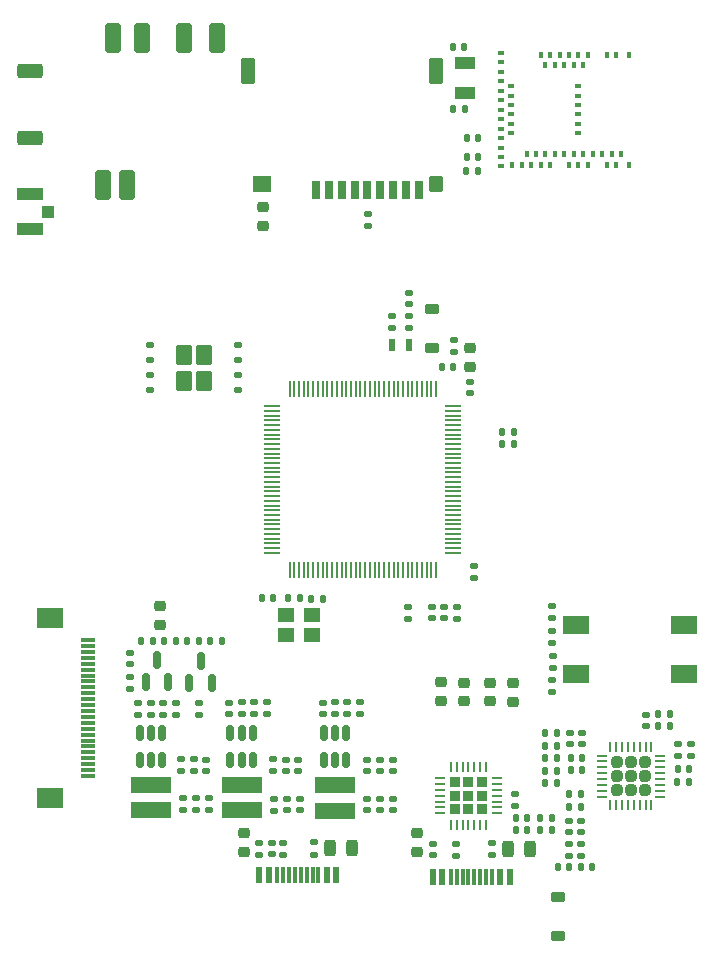
<source format=gbr>
%TF.GenerationSoftware,KiCad,Pcbnew,7.0.9*%
%TF.CreationDate,2024-06-03T19:44:05+03:00*%
%TF.ProjectId,LinuxCore-v2,4c696e75-7843-46f7-9265-2d76322e6b69,rev?*%
%TF.SameCoordinates,Original*%
%TF.FileFunction,Paste,Top*%
%TF.FilePolarity,Positive*%
%FSLAX46Y46*%
G04 Gerber Fmt 4.6, Leading zero omitted, Abs format (unit mm)*
G04 Created by KiCad (PCBNEW 7.0.9) date 2024-06-03 19:44:05*
%MOMM*%
%LPD*%
G01*
G04 APERTURE LIST*
G04 Aperture macros list*
%AMRoundRect*
0 Rectangle with rounded corners*
0 $1 Rounding radius*
0 $2 $3 $4 $5 $6 $7 $8 $9 X,Y pos of 4 corners*
0 Add a 4 corners polygon primitive as box body*
4,1,4,$2,$3,$4,$5,$6,$7,$8,$9,$2,$3,0*
0 Add four circle primitives for the rounded corners*
1,1,$1+$1,$2,$3*
1,1,$1+$1,$4,$5*
1,1,$1+$1,$6,$7*
1,1,$1+$1,$8,$9*
0 Add four rect primitives between the rounded corners*
20,1,$1+$1,$2,$3,$4,$5,0*
20,1,$1+$1,$4,$5,$6,$7,0*
20,1,$1+$1,$6,$7,$8,$9,0*
20,1,$1+$1,$8,$9,$2,$3,0*%
G04 Aperture macros list end*
%ADD10R,0.400000X0.600000*%
%ADD11R,0.600000X0.400000*%
%ADD12RoundRect,0.350000X-0.350000X-0.950000X0.350000X-0.950000X0.350000X0.950000X-0.350000X0.950000X0*%
%ADD13RoundRect,0.135000X0.185000X-0.135000X0.185000X0.135000X-0.185000X0.135000X-0.185000X-0.135000X0*%
%ADD14RoundRect,0.135000X-0.135000X-0.185000X0.135000X-0.185000X0.135000X0.185000X-0.135000X0.185000X0*%
%ADD15R,3.400000X1.350000*%
%ADD16RoundRect,0.140000X0.170000X-0.140000X0.170000X0.140000X-0.170000X0.140000X-0.170000X-0.140000X0*%
%ADD17RoundRect,0.070000X0.280000X0.730000X-0.280000X0.730000X-0.280000X-0.730000X0.280000X-0.730000X0*%
%ADD18RoundRect,0.140000X0.660000X0.560000X-0.660000X0.560000X-0.660000X-0.560000X0.660000X-0.560000X0*%
%ADD19RoundRect,0.120000X0.480000X0.580000X-0.480000X0.580000X-0.480000X-0.580000X0.480000X-0.580000X0*%
%ADD20RoundRect,0.120000X0.480000X0.980000X-0.480000X0.980000X-0.480000X-0.980000X0.480000X-0.980000X0*%
%ADD21RoundRect,0.140000X-0.170000X0.140000X-0.170000X-0.140000X0.170000X-0.140000X0.170000X0.140000X0*%
%ADD22RoundRect,0.135000X-0.185000X0.135000X-0.185000X-0.135000X0.185000X-0.135000X0.185000X0.135000X0*%
%ADD23RoundRect,0.140000X0.140000X0.170000X-0.140000X0.170000X-0.140000X-0.170000X0.140000X-0.170000X0*%
%ADD24RoundRect,0.218750X0.256250X-0.218750X0.256250X0.218750X-0.256250X0.218750X-0.256250X-0.218750X0*%
%ADD25RoundRect,0.140000X-0.140000X-0.170000X0.140000X-0.170000X0.140000X0.170000X-0.140000X0.170000X0*%
%ADD26RoundRect,0.135000X0.135000X0.185000X-0.135000X0.185000X-0.135000X-0.185000X0.135000X-0.185000X0*%
%ADD27RoundRect,0.150000X0.150000X-0.587500X0.150000X0.587500X-0.150000X0.587500X-0.150000X-0.587500X0*%
%ADD28R,0.600000X1.100000*%
%ADD29RoundRect,0.225000X0.225000X-0.225000X0.225000X0.225000X-0.225000X0.225000X-0.225000X-0.225000X0*%
%ADD30RoundRect,0.062500X0.062500X-0.337500X0.062500X0.337500X-0.062500X0.337500X-0.062500X-0.337500X0*%
%ADD31RoundRect,0.062500X0.337500X-0.062500X0.337500X0.062500X-0.337500X0.062500X-0.337500X-0.062500X0*%
%ADD32RoundRect,0.150000X0.150000X-0.512500X0.150000X0.512500X-0.150000X0.512500X-0.150000X-0.512500X0*%
%ADD33RoundRect,0.225000X0.375000X-0.225000X0.375000X0.225000X-0.375000X0.225000X-0.375000X-0.225000X0*%
%ADD34R,1.800000X1.000000*%
%ADD35R,1.358900X0.228600*%
%ADD36R,0.228600X1.358900*%
%ADD37RoundRect,0.218750X-0.256250X0.218750X-0.256250X-0.218750X0.256250X-0.218750X0.256250X0.218750X0*%
%ADD38R,0.600000X1.450000*%
%ADD39R,0.300000X1.450000*%
%ADD40RoundRect,0.250000X-0.850000X0.350000X-0.850000X-0.350000X0.850000X-0.350000X0.850000X0.350000X0*%
%ADD41RoundRect,0.243750X-0.243750X-0.456250X0.243750X-0.456250X0.243750X0.456250X-0.243750X0.456250X0*%
%ADD42R,2.180000X1.600000*%
%ADD43RoundRect,0.242500X0.242500X-0.242500X0.242500X0.242500X-0.242500X0.242500X-0.242500X-0.242500X0*%
%ADD44R,1.400000X1.200000*%
%ADD45R,1.050000X1.000000*%
%ADD46R,2.200000X1.050000*%
%ADD47R,1.300000X0.300000*%
%ADD48R,2.200000X1.800000*%
%ADD49RoundRect,0.250000X-0.435000X-0.615000X0.435000X-0.615000X0.435000X0.615000X-0.435000X0.615000X0*%
%ADD50RoundRect,0.125000X-0.200000X-0.125000X0.200000X-0.125000X0.200000X0.125000X-0.200000X0.125000X0*%
G04 APERTURE END LIST*
D10*
%TO.C,U10*%
X175560000Y-53040000D03*
X174460000Y-53040000D03*
X173660000Y-53040000D03*
X172060000Y-53040000D03*
X171660000Y-53940000D03*
X171260000Y-53040000D03*
X170860000Y-53940000D03*
X170460000Y-53040000D03*
X170060000Y-53940000D03*
X169660000Y-53040000D03*
X169260000Y-53940000D03*
X168860000Y-53040000D03*
X168460000Y-53940000D03*
X168060000Y-53040000D03*
D11*
X164660000Y-52890000D03*
X164660000Y-53690000D03*
X164660000Y-54490000D03*
X164660000Y-55290000D03*
X165560000Y-55690000D03*
X164660000Y-56090000D03*
X165560000Y-56490000D03*
X164660000Y-56890000D03*
X165560000Y-57290000D03*
X164660000Y-57690000D03*
X165560000Y-58090000D03*
X164660000Y-58490000D03*
X165560000Y-58890000D03*
X164660000Y-59290000D03*
X165560000Y-59690000D03*
X164660000Y-60090000D03*
X164660000Y-60890000D03*
X164660000Y-61690000D03*
X164660000Y-62490000D03*
D10*
X165660000Y-62340000D03*
X166460000Y-62340000D03*
X166860000Y-61440000D03*
X167260000Y-62340000D03*
X167660000Y-61440000D03*
X168060000Y-62340000D03*
X168460000Y-61440000D03*
X168860000Y-62340000D03*
X169260000Y-61440000D03*
X170060000Y-61440000D03*
X170460000Y-62340000D03*
X170860000Y-61440000D03*
X171260000Y-62340000D03*
X171660000Y-61440000D03*
X172060000Y-62340000D03*
X172460000Y-61440000D03*
X173260000Y-61440000D03*
X173660000Y-62340000D03*
X174060000Y-61440000D03*
X174460000Y-62340000D03*
X174860000Y-61440000D03*
X175560000Y-62340000D03*
D11*
X171260000Y-55690000D03*
X171260000Y-56490000D03*
X171260000Y-57290000D03*
X171260000Y-58090000D03*
X171260000Y-58890000D03*
X171260000Y-59690000D03*
%TD*%
D12*
%TO.C,U2*%
X140637150Y-51640000D03*
X137837150Y-51640000D03*
X134337150Y-51640000D03*
X131837150Y-51640000D03*
X131037150Y-64040000D03*
X133037150Y-64040000D03*
%TD*%
D13*
%TO.C,R13*%
X156807150Y-100800000D03*
X156807150Y-99780000D03*
%TD*%
D14*
%TO.C,R1*%
X146670000Y-99070000D03*
X147690000Y-99070000D03*
%TD*%
D15*
%TO.C,L5*%
X135047150Y-114855000D03*
X135047150Y-117005000D03*
%TD*%
D16*
%TO.C,C40*%
X154497150Y-113710000D03*
X154497150Y-112750000D03*
%TD*%
D17*
%TO.C,U7*%
X148997150Y-64475000D03*
X150097150Y-64475000D03*
X151197150Y-64475000D03*
X152297150Y-64475000D03*
X153397150Y-64475000D03*
X154497150Y-64475000D03*
X155597150Y-64475000D03*
X156697150Y-64475000D03*
X157797150Y-64475000D03*
D18*
X144497150Y-63975000D03*
D19*
X159197150Y-63975000D03*
D20*
X143297150Y-54375000D03*
X159197150Y-54375000D03*
%TD*%
D21*
%TO.C,C13*%
X162107150Y-80740000D03*
X162107150Y-81700000D03*
%TD*%
D22*
%TO.C,R47*%
X179657150Y-111360000D03*
X179657150Y-112380000D03*
%TD*%
D14*
%TO.C,R21*%
X138117150Y-102680000D03*
X139137150Y-102680000D03*
%TD*%
%TO.C,R16*%
X164810000Y-84950000D03*
X165830000Y-84950000D03*
%TD*%
D23*
%TO.C,C12*%
X160657150Y-79460000D03*
X159697150Y-79460000D03*
%TD*%
D22*
%TO.C,R24*%
X169057150Y-105980000D03*
X169057150Y-107000000D03*
%TD*%
D21*
%TO.C,C15*%
X169037150Y-101840000D03*
X169037150Y-102800000D03*
%TD*%
D22*
%TO.C,R2*%
X160687150Y-77210000D03*
X160687150Y-78230000D03*
%TD*%
D24*
%TO.C,D3*%
X159580000Y-107745000D03*
X159580000Y-106170000D03*
%TD*%
D21*
%TO.C,C57*%
X147647150Y-116050000D03*
X147647150Y-117010000D03*
%TD*%
D22*
%TO.C,R37*%
X153420000Y-66510000D03*
X153420000Y-67530000D03*
%TD*%
D24*
%TO.C,D4*%
X161590000Y-107765000D03*
X161590000Y-106190000D03*
%TD*%
D25*
%TO.C,C37*%
X165942150Y-118715000D03*
X166902150Y-118715000D03*
%TD*%
D21*
%TO.C,C50*%
X137797150Y-116000000D03*
X137797150Y-116960000D03*
%TD*%
D14*
%TO.C,R48*%
X168417150Y-110420000D03*
X169437150Y-110420000D03*
%TD*%
D13*
%TO.C,R35*%
X152750000Y-108880000D03*
X152750000Y-107860000D03*
%TD*%
D23*
%TO.C,C74*%
X171437150Y-115590000D03*
X170477150Y-115590000D03*
%TD*%
D26*
%TO.C,R19*%
X141117150Y-102680000D03*
X140097150Y-102680000D03*
%TD*%
D13*
%TO.C,R7*%
X146272150Y-120780000D03*
X146272150Y-119760000D03*
%TD*%
D22*
%TO.C,R18*%
X139140000Y-107900000D03*
X139140000Y-108920000D03*
%TD*%
D13*
%TO.C,R27*%
X165922150Y-116625000D03*
X165922150Y-115605000D03*
%TD*%
D15*
%TO.C,L7*%
X150647150Y-114880000D03*
X150647150Y-117030000D03*
%TD*%
D27*
%TO.C,Q2*%
X138317150Y-106215000D03*
X140217150Y-106215000D03*
X139267150Y-104340000D03*
%TD*%
D23*
%TO.C,C75*%
X180587150Y-114590000D03*
X179627150Y-114590000D03*
%TD*%
D16*
%TO.C,C68*%
X171587150Y-111390000D03*
X171587150Y-110430000D03*
%TD*%
D23*
%TO.C,C80*%
X161600000Y-52380000D03*
X160640000Y-52380000D03*
%TD*%
%TO.C,C71*%
X170470000Y-121820000D03*
X169510000Y-121820000D03*
%TD*%
D16*
%TO.C,C1*%
X156877150Y-76130000D03*
X156877150Y-75170000D03*
%TD*%
D28*
%TO.C,Y1*%
X156887150Y-77650000D03*
X155487150Y-77650000D03*
%TD*%
D22*
%TO.C,R32*%
X143780000Y-107860000D03*
X143780000Y-108880000D03*
%TD*%
D29*
%TO.C,U3*%
X160827150Y-116885000D03*
X161947150Y-116885000D03*
X163067150Y-116885000D03*
X160827150Y-115765000D03*
X161947150Y-115765000D03*
X163067150Y-115765000D03*
X160827150Y-114645000D03*
X161947150Y-114645000D03*
X163067150Y-114645000D03*
D30*
X160447150Y-118215000D03*
X160947150Y-118215000D03*
X161447150Y-118215000D03*
X161947150Y-118215000D03*
X162447150Y-118215000D03*
X162947150Y-118215000D03*
X163447150Y-118215000D03*
D31*
X164397150Y-117265000D03*
X164397150Y-116765000D03*
X164397150Y-116265000D03*
X164397150Y-115765000D03*
X164397150Y-115265000D03*
X164397150Y-114765000D03*
X164397150Y-114265000D03*
D30*
X163447150Y-113315000D03*
X162947150Y-113315000D03*
X162447150Y-113315000D03*
X161947150Y-113315000D03*
X161447150Y-113315000D03*
X160947150Y-113315000D03*
X160447150Y-113315000D03*
D31*
X159497150Y-114265000D03*
X159497150Y-114765000D03*
X159497150Y-115265000D03*
X159497150Y-115765000D03*
X159497150Y-116265000D03*
X159497150Y-116765000D03*
X159497150Y-117265000D03*
%TD*%
D26*
%TO.C,R55*%
X162790000Y-62850000D03*
X161770000Y-62850000D03*
%TD*%
D32*
%TO.C,U5*%
X141797150Y-112705000D03*
X142747150Y-112705000D03*
X143697150Y-112705000D03*
X143697150Y-110430000D03*
X142747150Y-110430000D03*
X141797150Y-110430000D03*
%TD*%
D21*
%TO.C,C52*%
X154497150Y-116050000D03*
X154497150Y-117010000D03*
%TD*%
D13*
%TO.C,R36*%
X144880000Y-108880000D03*
X144880000Y-107860000D03*
%TD*%
D16*
%TO.C,C47*%
X133990000Y-108910000D03*
X133990000Y-107950000D03*
%TD*%
D21*
%TO.C,C51*%
X145497150Y-116070000D03*
X145497150Y-117030000D03*
%TD*%
D16*
%TO.C,C45*%
X145397150Y-113660000D03*
X145397150Y-112700000D03*
%TD*%
D13*
%TO.C,R3*%
X133267150Y-106700000D03*
X133267150Y-105680000D03*
%TD*%
D24*
%TO.C,L3*%
X142922150Y-120497500D03*
X142922150Y-118922500D03*
%TD*%
D33*
%TO.C,D1*%
X158887150Y-77850000D03*
X158887150Y-74550000D03*
%TD*%
D34*
%TO.C,Y3*%
X161620000Y-53750000D03*
X161620000Y-56250000D03*
%TD*%
D33*
%TO.C,D2*%
X169497150Y-127625000D03*
X169497150Y-124325000D03*
%TD*%
D26*
%TO.C,R51*%
X171497150Y-116740000D03*
X170477150Y-116740000D03*
%TD*%
D15*
%TO.C,L6*%
X142747150Y-114855000D03*
X142747150Y-117005000D03*
%TD*%
D25*
%TO.C,C83*%
X161820000Y-60100000D03*
X162780000Y-60100000D03*
%TD*%
D22*
%TO.C,R49*%
X171490000Y-119850000D03*
X171490000Y-120870000D03*
%TD*%
D13*
%TO.C,R50*%
X170440000Y-120850000D03*
X170440000Y-119830000D03*
%TD*%
D16*
%TO.C,C46*%
X153397150Y-113697500D03*
X153397150Y-112737500D03*
%TD*%
%TO.C,C49*%
X149590000Y-108850000D03*
X149590000Y-107890000D03*
%TD*%
D23*
%TO.C,C63*%
X169417150Y-114690000D03*
X168457150Y-114690000D03*
%TD*%
D35*
%TO.C,U1*%
X160677150Y-95200000D03*
X160677150Y-94799999D03*
X160677150Y-94399999D03*
X160677150Y-94000000D03*
X160677150Y-93599998D03*
X160677150Y-93199999D03*
X160677150Y-92800000D03*
X160677150Y-92400001D03*
X160677150Y-91999999D03*
X160677150Y-91600000D03*
X160677150Y-91200001D03*
X160677150Y-90799999D03*
X160677150Y-90400000D03*
X160677150Y-90000001D03*
X160677150Y-89599999D03*
X160677150Y-89200000D03*
X160677150Y-88800000D03*
X160677150Y-88400001D03*
X160677150Y-87999999D03*
X160677150Y-87600000D03*
X160677150Y-87200001D03*
X160677150Y-86799999D03*
X160677150Y-86400000D03*
X160677150Y-86000001D03*
X160677150Y-85600002D03*
X160677150Y-85200000D03*
X160677150Y-84800001D03*
X160677150Y-84400002D03*
X160677150Y-84000000D03*
X160677150Y-83600001D03*
X160677150Y-83200001D03*
X160677150Y-82800000D03*
D36*
X159200000Y-81322850D03*
X158799999Y-81322850D03*
X158399999Y-81322850D03*
X158000000Y-81322850D03*
X157599998Y-81322850D03*
X157199999Y-81322850D03*
X156800000Y-81322850D03*
X156400001Y-81322850D03*
X155999999Y-81322850D03*
X155600000Y-81322850D03*
X155200001Y-81322850D03*
X154799999Y-81322850D03*
X154400000Y-81322850D03*
X154000001Y-81322850D03*
X153600001Y-81322850D03*
X153200000Y-81322850D03*
X152800000Y-81322850D03*
X152400001Y-81322850D03*
X151999999Y-81322850D03*
X151600000Y-81322850D03*
X151200001Y-81322850D03*
X150799999Y-81322850D03*
X150400000Y-81322850D03*
X150000001Y-81322850D03*
X149600002Y-81322850D03*
X149200000Y-81322850D03*
X148800001Y-81322850D03*
X148400002Y-81322850D03*
X148000000Y-81322850D03*
X147600001Y-81322850D03*
X147200001Y-81322850D03*
X146800000Y-81322850D03*
D35*
X145322850Y-82800000D03*
X145322850Y-83200001D03*
X145322850Y-83600001D03*
X145322850Y-84000000D03*
X145322850Y-84400002D03*
X145322850Y-84800001D03*
X145322850Y-85200000D03*
X145322850Y-85599999D03*
X145322850Y-86000001D03*
X145322850Y-86400000D03*
X145322850Y-86799999D03*
X145322850Y-87200001D03*
X145322850Y-87600000D03*
X145322850Y-87999999D03*
X145322850Y-88399999D03*
X145322850Y-88800000D03*
X145322850Y-89200000D03*
X145322850Y-89599999D03*
X145322850Y-90000001D03*
X145322850Y-90400000D03*
X145322850Y-90799999D03*
X145322850Y-91200001D03*
X145322850Y-91600000D03*
X145322850Y-91999999D03*
X145322850Y-92399998D03*
X145322850Y-92800000D03*
X145322850Y-93199999D03*
X145322850Y-93599998D03*
X145322850Y-94000000D03*
X145322850Y-94399999D03*
X145322850Y-94799999D03*
X145322850Y-95200000D03*
D36*
X146800000Y-96677150D03*
X147200001Y-96677150D03*
X147600001Y-96677150D03*
X148000000Y-96677150D03*
X148400002Y-96677150D03*
X148800001Y-96677150D03*
X149200000Y-96677150D03*
X149599999Y-96677150D03*
X150000001Y-96677150D03*
X150400000Y-96677150D03*
X150799999Y-96677150D03*
X151200001Y-96677150D03*
X151600000Y-96677150D03*
X151999999Y-96677150D03*
X152399999Y-96677150D03*
X152800000Y-96677150D03*
X153200000Y-96677150D03*
X153599999Y-96677150D03*
X154000001Y-96677150D03*
X154400000Y-96677150D03*
X154799999Y-96677150D03*
X155200001Y-96677150D03*
X155600000Y-96677150D03*
X155999999Y-96677150D03*
X156399998Y-96677150D03*
X156800000Y-96677150D03*
X157199999Y-96677150D03*
X157599998Y-96677150D03*
X158000000Y-96677150D03*
X158399999Y-96677150D03*
X158799999Y-96677150D03*
X159200000Y-96677150D03*
%TD*%
D23*
%TO.C,C81*%
X161620000Y-57590000D03*
X160660000Y-57590000D03*
%TD*%
D24*
%TO.C,D6*%
X163790000Y-107785000D03*
X163790000Y-106210000D03*
%TD*%
D16*
%TO.C,C4*%
X158827150Y-100740000D03*
X158827150Y-99780000D03*
%TD*%
D24*
%TO.C,L4*%
X157597150Y-120527500D03*
X157597150Y-118952500D03*
%TD*%
D14*
%TO.C,R9*%
X167987150Y-118700000D03*
X169007150Y-118700000D03*
%TD*%
D16*
%TO.C,C39*%
X147547150Y-113690000D03*
X147547150Y-112730000D03*
%TD*%
D21*
%TO.C,C14*%
X133247150Y-103700000D03*
X133247150Y-104660000D03*
%TD*%
D37*
%TO.C,L1*%
X162117150Y-77862500D03*
X162117150Y-79437500D03*
%TD*%
D21*
%TO.C,C54*%
X146597150Y-116050000D03*
X146597150Y-117010000D03*
%TD*%
D13*
%TO.C,R25*%
X160930000Y-120860000D03*
X160930000Y-119840000D03*
%TD*%
%TO.C,R34*%
X137170000Y-108960000D03*
X137170000Y-107940000D03*
%TD*%
D38*
%TO.C,J1*%
X144247150Y-122515000D03*
X145047150Y-122515000D03*
D39*
X146247150Y-122515000D03*
X147247150Y-122515000D03*
X147747150Y-122515000D03*
X148747150Y-122515000D03*
D38*
X149947150Y-122515000D03*
X150747150Y-122515000D03*
X150747150Y-122515000D03*
X149947150Y-122515000D03*
D39*
X149247150Y-122515000D03*
X148247150Y-122515000D03*
X146747150Y-122515000D03*
X145747150Y-122515000D03*
D38*
X145047150Y-122515000D03*
X144247150Y-122515000D03*
%TD*%
D25*
%TO.C,C70*%
X171460000Y-121830000D03*
X172420000Y-121830000D03*
%TD*%
D22*
%TO.C,R31*%
X136100000Y-107950000D03*
X136100000Y-108970000D03*
%TD*%
D13*
%TO.C,R28*%
X135050000Y-108970000D03*
X135050000Y-107950000D03*
%TD*%
%TO.C,R12*%
X162417150Y-97380000D03*
X162417150Y-96360000D03*
%TD*%
D16*
%TO.C,C9*%
X159877150Y-100750000D03*
X159877150Y-99790000D03*
%TD*%
D40*
%TO.C,AE2*%
X124860000Y-54410000D03*
X124860000Y-60110000D03*
%TD*%
D24*
%TO.C,L2*%
X135807150Y-101307500D03*
X135807150Y-99732500D03*
%TD*%
D22*
%TO.C,R4*%
X169057150Y-99740000D03*
X169057150Y-100760000D03*
%TD*%
D13*
%TO.C,R8*%
X148870000Y-120750000D03*
X148870000Y-119730000D03*
%TD*%
D41*
%TO.C,F1*%
X150202500Y-120240000D03*
X152077500Y-120240000D03*
%TD*%
D32*
%TO.C,U6*%
X149697150Y-112717500D03*
X150647150Y-112717500D03*
X151597150Y-112717500D03*
X151597150Y-110442500D03*
X150647150Y-110442500D03*
X149697150Y-110442500D03*
%TD*%
D22*
%TO.C,R6*%
X144222150Y-119740000D03*
X144222150Y-120760000D03*
%TD*%
D16*
%TO.C,C7*%
X156877150Y-74140000D03*
X156877150Y-73180000D03*
%TD*%
D25*
%TO.C,C67*%
X179657150Y-113480000D03*
X180617150Y-113480000D03*
%TD*%
%TO.C,C77*%
X170607150Y-112540000D03*
X171567150Y-112540000D03*
%TD*%
D16*
%TO.C,C43*%
X155570000Y-113710000D03*
X155570000Y-112750000D03*
%TD*%
D42*
%TO.C,SW2*%
X180197150Y-105480000D03*
X171017150Y-105480000D03*
%TD*%
D23*
%TO.C,C62*%
X169427150Y-111520000D03*
X168467150Y-111520000D03*
%TD*%
D26*
%TO.C,R46*%
X178987150Y-109880000D03*
X177967150Y-109880000D03*
%TD*%
D16*
%TO.C,C65*%
X176937150Y-109880000D03*
X176937150Y-108920000D03*
%TD*%
D43*
%TO.C,U8*%
X174487150Y-115320000D03*
X175687150Y-115320000D03*
X176887150Y-115320000D03*
X174487150Y-114120000D03*
X175687150Y-114120000D03*
X176887150Y-114120000D03*
X174487150Y-112920000D03*
X175687150Y-112920000D03*
X176887150Y-112920000D03*
D30*
X173937150Y-116570000D03*
X174437150Y-116570000D03*
X174937150Y-116570000D03*
X175437150Y-116570000D03*
X175937150Y-116570000D03*
X176437150Y-116570000D03*
X176937150Y-116570000D03*
X177437150Y-116570000D03*
D31*
X178137150Y-115870000D03*
X178137150Y-115370000D03*
X178137150Y-114870000D03*
X178137150Y-114370000D03*
X178137150Y-113870000D03*
X178137150Y-113370000D03*
X178137150Y-112870000D03*
X178137150Y-112370000D03*
D30*
X177437150Y-111670000D03*
X176937150Y-111670000D03*
X176437150Y-111670000D03*
X175937150Y-111670000D03*
X175437150Y-111670000D03*
X174937150Y-111670000D03*
X174437150Y-111670000D03*
X173937150Y-111670000D03*
D31*
X173237150Y-112370000D03*
X173237150Y-112870000D03*
X173237150Y-113370000D03*
X173237150Y-113870000D03*
X173237150Y-114370000D03*
X173237150Y-114870000D03*
X173237150Y-115370000D03*
X173237150Y-115870000D03*
%TD*%
D21*
%TO.C,C53*%
X138897150Y-116000000D03*
X138897150Y-116960000D03*
%TD*%
D44*
%TO.C,Y2*%
X146510000Y-102180000D03*
X148710000Y-102180000D03*
X148710000Y-100480000D03*
X146510000Y-100480000D03*
%TD*%
D22*
%TO.C,R45*%
X180747150Y-111360000D03*
X180747150Y-112380000D03*
%TD*%
D45*
%TO.C,AE1*%
X126347150Y-66340000D03*
D46*
X124822150Y-67815000D03*
X124822150Y-64865000D03*
%TD*%
D23*
%TO.C,C66*%
X169427150Y-112600000D03*
X168467150Y-112600000D03*
%TD*%
D16*
%TO.C,C42*%
X146497150Y-113690000D03*
X146497150Y-112730000D03*
%TD*%
D26*
%TO.C,R10*%
X169007150Y-117700000D03*
X167987150Y-117700000D03*
%TD*%
D32*
%TO.C,U4*%
X134109650Y-112717500D03*
X135059650Y-112717500D03*
X136009650Y-112717500D03*
X136009650Y-110442500D03*
X135059650Y-110442500D03*
X134109650Y-110442500D03*
%TD*%
D47*
%TO.C,J4*%
X129772150Y-102600000D03*
X129772150Y-103100000D03*
X129772150Y-103600000D03*
X129772150Y-104100000D03*
X129772150Y-104600000D03*
X129772150Y-105100000D03*
X129772150Y-105600000D03*
X129772150Y-106100000D03*
X129772150Y-106600000D03*
X129772150Y-107100000D03*
X129772150Y-107600000D03*
X129772150Y-108100000D03*
X129772150Y-108600000D03*
X129772150Y-109100000D03*
X129772150Y-109600000D03*
X129772150Y-110100000D03*
X129772150Y-110600000D03*
X129772150Y-111100000D03*
X129772150Y-111600000D03*
X129772150Y-112100000D03*
X129772150Y-112600000D03*
X129772150Y-113100000D03*
X129772150Y-113600000D03*
X129772150Y-114100000D03*
D48*
X126522150Y-100700000D03*
X126522150Y-116000000D03*
%TD*%
D25*
%TO.C,C82*%
X161830000Y-61680000D03*
X162790000Y-61680000D03*
%TD*%
D16*
%TO.C,C73*%
X171497150Y-118870000D03*
X171497150Y-117910000D03*
%TD*%
D23*
%TO.C,C36*%
X166902150Y-117665000D03*
X165942150Y-117665000D03*
%TD*%
D21*
%TO.C,C28*%
X145272150Y-119780000D03*
X145272150Y-120740000D03*
%TD*%
D13*
%TO.C,R30*%
X150630000Y-108890000D03*
X150630000Y-107870000D03*
%TD*%
D26*
%TO.C,R5*%
X135217150Y-102670000D03*
X134197150Y-102670000D03*
%TD*%
D16*
%TO.C,C41*%
X138697150Y-113660000D03*
X138697150Y-112700000D03*
%TD*%
%TO.C,C48*%
X141690000Y-108840000D03*
X141690000Y-107880000D03*
%TD*%
D21*
%TO.C,C55*%
X155597150Y-116050000D03*
X155597150Y-117010000D03*
%TD*%
D13*
%TO.C,R29*%
X142730000Y-108880000D03*
X142730000Y-107860000D03*
%TD*%
D24*
%TO.C,D5*%
X165722850Y-107815000D03*
X165722850Y-106240000D03*
%TD*%
D23*
%TO.C,C16*%
X137167150Y-102670000D03*
X136207150Y-102670000D03*
%TD*%
D21*
%TO.C,C56*%
X139997150Y-116000000D03*
X139997150Y-116960000D03*
%TD*%
%TO.C,C58*%
X153397150Y-116050000D03*
X153397150Y-117010000D03*
%TD*%
D49*
%TO.C,U9*%
X137870000Y-78470000D03*
X137870000Y-80620000D03*
X139570000Y-78470000D03*
X139570000Y-80620000D03*
D50*
X134970000Y-77640000D03*
X134970000Y-78910000D03*
X134970000Y-80180000D03*
X134970000Y-81450000D03*
X142470000Y-81450000D03*
X142470000Y-80180000D03*
X142470000Y-78910000D03*
X142470000Y-77640000D03*
%TD*%
D27*
%TO.C,Q1*%
X134647150Y-106145000D03*
X136547150Y-106145000D03*
X135597150Y-104270000D03*
%TD*%
D38*
%TO.C,J2*%
X158947150Y-122615000D03*
X159747150Y-122615000D03*
D39*
X160947150Y-122615000D03*
X161947150Y-122615000D03*
X162447150Y-122615000D03*
X163447150Y-122615000D03*
D38*
X164647150Y-122615000D03*
X165447150Y-122615000D03*
X165447150Y-122615000D03*
X164647150Y-122615000D03*
D39*
X163947150Y-122615000D03*
X162947150Y-122615000D03*
X161447150Y-122615000D03*
X160447150Y-122615000D03*
D38*
X159747150Y-122615000D03*
X158947150Y-122615000D03*
%TD*%
D16*
%TO.C,C44*%
X137647150Y-113660000D03*
X137647150Y-112700000D03*
%TD*%
%TO.C,C72*%
X170447150Y-118870000D03*
X170447150Y-117910000D03*
%TD*%
D13*
%TO.C,R23*%
X169067150Y-104930000D03*
X169067150Y-103910000D03*
%TD*%
D14*
%TO.C,R17*%
X164820000Y-86030000D03*
X165840000Y-86030000D03*
%TD*%
D16*
%TO.C,C69*%
X170507150Y-111390000D03*
X170507150Y-110430000D03*
%TD*%
D22*
%TO.C,R33*%
X151700000Y-107850000D03*
X151700000Y-108870000D03*
%TD*%
D13*
%TO.C,R26*%
X163970000Y-120790000D03*
X163970000Y-119770000D03*
%TD*%
D23*
%TO.C,C3*%
X145420000Y-99070000D03*
X144460000Y-99070000D03*
%TD*%
D13*
%TO.C,R11*%
X160957150Y-100790000D03*
X160957150Y-99770000D03*
%TD*%
D25*
%TO.C,C8*%
X148630000Y-99080000D03*
X149590000Y-99080000D03*
%TD*%
D16*
%TO.C,C35*%
X158910000Y-120800000D03*
X158910000Y-119840000D03*
%TD*%
D25*
%TO.C,C76*%
X170597150Y-113570000D03*
X171557150Y-113570000D03*
%TD*%
D42*
%TO.C,SW1*%
X180197150Y-101300000D03*
X171017150Y-101300000D03*
%TD*%
D41*
%TO.C,F2*%
X165284650Y-120265000D03*
X167159650Y-120265000D03*
%TD*%
D16*
%TO.C,C38*%
X139747150Y-113680000D03*
X139747150Y-112720000D03*
%TD*%
D23*
%TO.C,C64*%
X169417150Y-113670000D03*
X168457150Y-113670000D03*
%TD*%
D37*
%TO.C,L8*%
X144510000Y-65962500D03*
X144510000Y-67537500D03*
%TD*%
D16*
%TO.C,C2*%
X155477150Y-76130000D03*
X155477150Y-75170000D03*
%TD*%
D26*
%TO.C,R44*%
X178987150Y-108820000D03*
X177967150Y-108820000D03*
%TD*%
M02*

</source>
